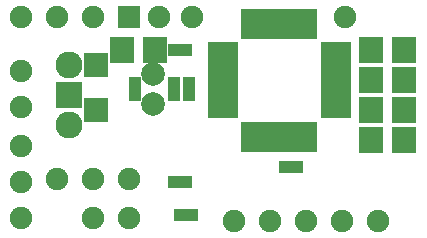
<source format=gbs>
G04 (created by PCBNEW-RS274X (2011-07-08)-stable) date Wed 23 Nov 2011 11:36:48 PM EST*
G01*
G70*
G90*
%MOIN*%
G04 Gerber Fmt 3.4, Leading zero omitted, Abs format*
%FSLAX34Y34*%
G04 APERTURE LIST*
%ADD10C,0.006000*%
%ADD11C,0.079100*%
%ADD12R,0.082900X0.090900*%
%ADD13C,0.090000*%
%ADD14R,0.090000X0.090000*%
%ADD15R,0.075000X0.075000*%
%ADD16C,0.075000*%
%ADD17R,0.039700X0.039700*%
%ADD18R,0.098700X0.037700*%
%ADD19R,0.037700X0.098700*%
G04 APERTURE END LIST*
G54D10*
G54D11*
X16300Y-28800D03*
X16300Y-29800D03*
G54D12*
X23541Y-31000D03*
X24659Y-31000D03*
X23541Y-30000D03*
X24659Y-30000D03*
X23541Y-29000D03*
X24659Y-29000D03*
X23541Y-28000D03*
X24659Y-28000D03*
X15241Y-28000D03*
X16359Y-28000D03*
G54D13*
X13500Y-28500D03*
G54D14*
X13500Y-29500D03*
G54D13*
X13500Y-30500D03*
G54D15*
X15500Y-26900D03*
G54D16*
X16500Y-26900D03*
G54D17*
X17601Y-33500D03*
X17199Y-33500D03*
X21101Y-31900D03*
X20699Y-31900D03*
X16999Y-28000D03*
X17401Y-28000D03*
X15700Y-29501D03*
X15700Y-29099D03*
X14200Y-30201D03*
X14200Y-29799D03*
X14600Y-30201D03*
X14600Y-29799D03*
X17500Y-29501D03*
X17500Y-29099D03*
X17000Y-29501D03*
X17000Y-29099D03*
X14600Y-28299D03*
X14600Y-28701D03*
X14200Y-28299D03*
X14200Y-28701D03*
G54D18*
X18604Y-27907D03*
X18604Y-28222D03*
X18604Y-28537D03*
X18604Y-28852D03*
X18604Y-29167D03*
X18604Y-29482D03*
X18604Y-29797D03*
X18604Y-30112D03*
X22370Y-30110D03*
X22370Y-27900D03*
X22370Y-28220D03*
X22370Y-28540D03*
X22370Y-28850D03*
X22370Y-29170D03*
X22370Y-29480D03*
X22370Y-29800D03*
G54D19*
X19388Y-30900D03*
X19702Y-30900D03*
X20018Y-30900D03*
X20332Y-30900D03*
X20648Y-30900D03*
X20962Y-30900D03*
X21278Y-30900D03*
X21592Y-30900D03*
X19390Y-27120D03*
X19700Y-27120D03*
X20020Y-27120D03*
X20330Y-27120D03*
X20640Y-27120D03*
X20960Y-27120D03*
X21280Y-27120D03*
X21600Y-27120D03*
G54D17*
X16999Y-32400D03*
X17401Y-32400D03*
G54D16*
X11900Y-32400D03*
X11900Y-33600D03*
X11900Y-29900D03*
X11900Y-31200D03*
X11900Y-28700D03*
X14300Y-33600D03*
X13100Y-32300D03*
X14300Y-32300D03*
X15500Y-33600D03*
X15500Y-32300D03*
X14300Y-26900D03*
X13100Y-26900D03*
X19000Y-33700D03*
X20200Y-33700D03*
X21400Y-33700D03*
X22600Y-33700D03*
X23800Y-33700D03*
X17600Y-26900D03*
X11900Y-26900D03*
X22700Y-26900D03*
M02*

</source>
